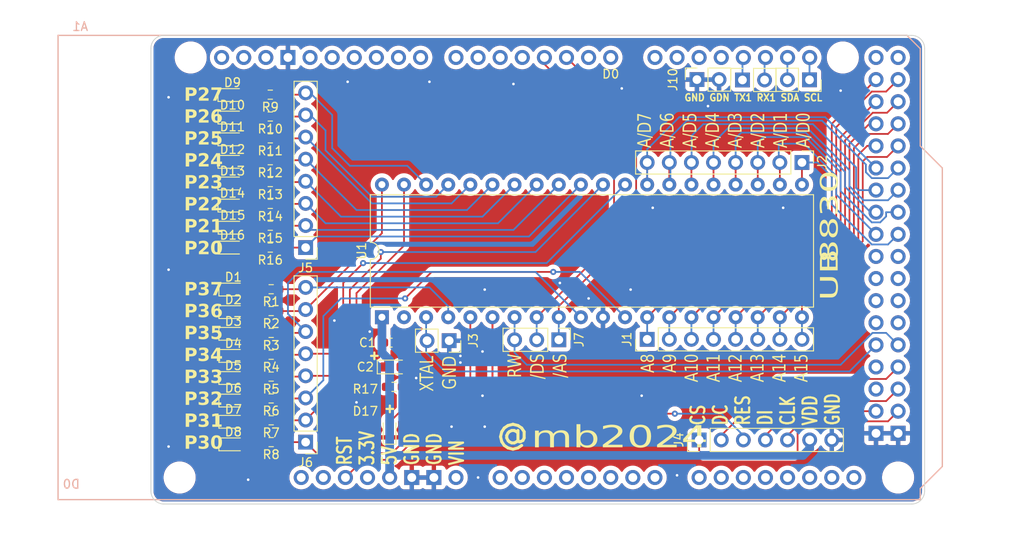
<source format=kicad_pcb>
(kicad_pcb (version 20240108) (generator "pcbnew") (generator_version "8.0")
  (title_block (comment 4 "AISLER Project ID: GKIGWBTI"))
  (layers (0 "F.Cu" signal) (31 "B.Cu" signal) (34 "B.Paste" user) (35 "F.Paste" user) (36 "B.SilkS" user "B.Silkscreen") (37 "F.SilkS" user "F.Silkscreen") (38 "B.Mask" user) (39 "F.Mask" user) (44 "Edge.Cuts" user))
  (net 0 "")
  (net 48 "Net-(A1-PC1{slash}D36)")
  (net 49 "Net-(A1-PC2{slash}D35)")
  (net 50 "Net-(A1-PC5{slash}D32)")
  (net 51 "Net-(A1-PC4{slash}D33)")
  (net 52 "Net-(A1-PC6{slash}D31)")
  (net 53 "Net-(A1-PC3{slash}D34)")
  (net 54 "/RESET")
  (net 55 "GND")
  (net 56 "Net-(D1-A)")
  (net 57 "Net-(D2-A)")
  (net 58 "Net-(D3-A)")
  (net 59 "Net-(D4-A)")
  (net 60 "Net-(D5-A)")
  (net 61 "Net-(D6-A)")
  (net 62 "Net-(D7-A)")
  (net 63 "Net-(D8-A)")
  (net 64 "/DS")
  (net 65 "+5V")
  (net 66 "+3.3V")
  (net 67 "/AS")
  (net 71 "Net-(A1-D51_MOSI)")
  (net 72 "Net-(A1-PL0{slash}D49)")
  (net 73 "Net-(A1-D52_SCK)")
  (net 74 "Net-(A1-D53_CS)")
  (net 75 "/RW")
  (net 76 "/XTAL")
  (net 77 "/P20")
  (net 78 "/P30")
  (net 79 "Net-(D9-A)")
  (net 80 "Net-(D10-A)")
  (net 81 "Net-(D11-A)")
  (net 82 "Net-(D12-A)")
  (net 83 "Net-(D13-A)")
  (net 84 "Net-(D14-A)")
  (net 85 "Net-(D15-A)")
  (net 86 "Net-(D16-A)")
  (net 87 "/P37")
  (net 88 "/P36")
  (net 89 "/P35")
  (net 90 "/P34")
  (net 91 "/P33")
  (net 92 "/P32")
  (net 93 "/P31")
  (net 94 "/P21")
  (net 95 "/P22")
  (net 96 "/P27")
  (net 97 "/P23")
  (net 98 "/P26")
  (net 99 "/P25")
  (net 100 "/P24")
  (net 101 "/A10")
  (net 102 "/D0{slash}A0")
  (net 103 "/A12")
  (net 104 "/A15")
  (net 105 "/A14")
  (net 106 "/A13")
  (net 107 "/A8")
  (net 108 "/A9")
  (net 109 "/A11")
  (net 110 "/D7{slash}A7")
  (net 111 "Net-(A1-D21{slash}SCL)")
  (net 112 "Net-(A1-D20{slash}SDA)")
  (net 113 "Net-(A1-D19{slash}RX1)")
  (net 114 "Net-(A1-D18{slash}TX1)")
  (net 115 "Net-(D17-A)")
  (footprint "Connector_PinHeader_2.54mm:PinHeader_1x08_P2.54mm_Vertical" (layer "F.Cu") (at 101.6 88.9 180)
    (property "Reference" "J5")
    (property "Value" "P20-P27")
  )
  (footprint "Connector_PinSocket_2.54mm:PinSocket_1x02_P2.54mm_Vertical" (layer "F.Cu") (at 159.492 69.621 -90)
    (property "Reference" "J8" (hide yes))
    (property "Value" "Conn_01x02" (hide yes))
  )
  (footprint "Resistor_SMD:R_0603_1608Metric_Pad0.98x0.95mm_HandSolder" (layer "F.Cu") (at 97.6395 93.682 180)
    (property "Reference" "R1")
    (property "Value" "2.2k")
  )
  (footprint "LED_SMD:LED_0603_1608Metric_Pad1.05x0.95mm_HandSolder" (layer "F.Cu") (at 93.191 71.37)
    (property "Reference" "D9")
    (property "Value" "LED")
  )
  (footprint "Resistor_SMD:R_0603_1608Metric_Pad0.98x0.95mm_HandSolder" (layer "F.Cu") (at 97.536 88.9 180)
    (property "Reference" "R16")
    (property "Value" "2.2k")
  )
  (footprint "LED_SMD:LED_0603_1608Metric_Pad1.05x0.95mm_HandSolder" (layer "F.Cu") (at 93.294501 108.916)
    (property "Reference" "D7")
    (property "Value" "LED")
  )
  (footprint "Resistor_SMD:R_0603_1608Metric_Pad0.98x0.95mm_HandSolder" (layer "F.Cu") (at 97.536 73.84 180)
    (property "Reference" "R10")
    (property "Value" "2.2k")
  )
  (footprint "Connector_PinHeader_2.54mm:PinHeader_1x07_P2.54mm_Vertical" (layer "F.Cu") (at 146.812 110.998 90)
    (property "Reference" "J4")
    (property "Value" "Conn_01x07")
  )
  (footprint "LED_SMD:LED_0603_1608Metric_Pad1.05x0.95mm_HandSolder" (layer "F.Cu") (at 93.191 76.458)
    (property "Reference" "D11")
    (property "Value" "LED")
  )
  (footprint "LED_SMD:LED_0603_1608Metric_Pad1.05x0.95mm_HandSolder" (layer "F.Cu") (at 93.191 88.9)
    (property "Reference" "D16")
    (property "Value" "LED")
  )
  (footprint "Resistor_SMD:R_0603_1608Metric_Pad0.98x0.95mm_HandSolder" (layer "F.Cu") (at 97.536 78.86 180)
    (property "Reference" "R12")
    (property "Value" "2.2k")
  )
  (footprint "Connector_PinHeader_2.54mm:PinHeader_1x08_P2.54mm_Vertical" (layer "F.Cu") (at 140.842999 99.441 90)
    (property "Reference" "J1")
    (property "Value" "Conn_01x08" (hide yes))
  )
  (footprint "LED_SMD:LED_0603_1608Metric_Pad1.05x0.95mm_HandSolder" (layer "F.Cu") (at 93.2945 93.722)
    (property "Reference" "D1")
    (property "Value" "LED")
  )
  (footprint "Resistor_SMD:R_0603_1608Metric_Pad0.98x0.95mm_HandSolder" (layer "F.Cu") (at 97.536 83.88 180)
    (property "Reference" "R14")
    (property "Value" "2.2k")
  )
  (footprint "LED_SMD:LED_0603_1608Metric_Pad1.05x0.95mm_HandSolder" (layer "F.Cu") (at 93.2945 98.806)
    (property "Reference" "D3")
    (property "Value" "LED")
  )
  (footprint "Connector_PinSocket_2.54mm:PinSocket_1x02_P2.54mm_Vertical" (layer "F.Cu") (at 146.558 69.596 90)
    (property "Reference" "J10")
    (property "Value" "Conn_01x02" (hide yes))
  )
  (footprint "LED_SMD:LED_0603_1608Metric_Pad1.05x0.95mm_HandSolder" (layer "F.Cu") (at 93.218 86.614)
    (property "Reference" "D15")
    (property "Value" "LED")
  )
  (footprint "LED_SMD:LED_0603_1608Metric_Pad1.05x0.95mm_HandSolder" (layer "F.Cu") (at 93.191 79.048)
    (property "Reference" "D12")
    (property "Value" "LED")
  )
  (footprint "Resistor_SMD:R_0603_1608Metric_Pad0.98x0.95mm_HandSolder" (layer "F.Cu") (at 97.536 71.33 180)
    (property "Reference" "R9")
    (property "Value" "2.2k")
  )
  (footprint "PCM_arduino-library:Arduino_Mega2560_R3_Shield" (layer "F.Cu") (at 73.152 117.856)
    (property "Reference" "A1")
    (property "Value" "Arduino_Mega2560_R3_Shield")
  )
  (footprint "Resistor_SMD:R_0603_1608Metric_Pad0.98x0.95mm_HandSolder" (layer "F.Cu") (at 97.6395 103.722 180)
    (property "Reference" "R5")
    (property "Value" "2.2k")
  )
  (footprint "LED_SMD:LED_0603_1608Metric_Pad1.05x0.95mm_HandSolder" (layer "F.Cu") (at 93.191 81.534)
    (property "Reference" "D13")
    (property "Value" "LED")
  )
  (footprint "LED_SMD:LED_0603_1608Metric_Pad1.05x0.95mm_HandSolder" (layer "F.Cu") (at 93.191 84.074)
    (property "Reference" "D14")
    (property "Value" "LED")
  )
  (footprint "Connector_PinHeader_2.54mm:PinHeader_1x03_P2.54mm_Vertical" (layer "F.Cu") (at 130.68888 99.493464 -90)
    (property "Reference" "J7")
    (property "Value" "Conn_01x03" (hide yes))
  )
  (footprint "Resistor_SMD:R_0603_1608Metric_Pad0.98x0.95mm_HandSolder" (layer "F.Cu") (at 97.6395 108.742 180)
    (property "Reference" "R7")
    (property "Value" "2.2k")
  )
  (footprint "LED_SMD:LED_0603_1608Metric_Pad1.05x0.95mm_HandSolder" (layer "F.Cu") (at 93.2945 106.476001)
    (property "Reference" "D6")
    (property "Value" "LED")
  )
  (footprint "Resistor_SMD:R_0603_1608Metric_Pad0.98x0.95mm_HandSolder" (layer "F.Cu") (at 97.536 81.37 180)
    (property "Reference" "R13")
    (property "Value" "2.2k")
  )
  (footprint "Resistor_SMD:R_0603_1608Metric_Pad0.98x0.95mm_HandSolder" (layer "F.Cu") (at 97.6395 106.232 180)
    (property "Reference" "R6")
    (property "Value" "2.2k")
  )
  (footprint "Resistor_SMD:R_0603_1608Metric_Pad0.98x0.95mm_HandSolder" (layer "F.Cu") (at 111.76 104.902)
    (property "Reference" "R17")
    (property "Value" "2.2k")
  )
  (footprint "LED_SMD:LED_0603_1608Metric_Pad1.05x0.95mm_HandSolder" (layer "F.Cu") (at 93.191 73.96)
    (property "Reference" "D10")
    (property "Value" "LED")
  )
  (footprint "Connector_PinHeader_2.54mm:PinHeader_1x08_P2.54mm_Vertical" (layer "F.Cu") (at 101.6 111.252 180)
    (property "Reference" "J6")
    (property "Value" "P30-P37")
  )
  (footprint "LED_SMD:LED_0603_1608Metric_Pad1.05x0.95mm_HandSolder" (layer "F.Cu") (at 93.2945 111.506)
    (property "Reference" "D8")
    (property "Value" "LED")
  )
  (footprint "Capacitor_SMD:C_0603_1608Metric_Pad1.08x0.95mm_HandSolder" (layer "F.Cu") (at 111.4055 99.822)
    (property "Reference" "C1")
    (property "Value" "100n")
  )
  (footprint "Connector_PinSocket_2.54mm:PinSocket_1x02_P2.54mm_Vertical" (layer "F.Cu") (at 118.09 99.593 -90)
    (property "Reference" "J3")
    (property "Value" "Conn_01x02")
  )
  (footprint "Package_DIP:DIP-40_W15.24mm" (layer "F.Cu") (at 110.363 96.901 90)
    (property "Reference" "U1")
    (property "Value" "~")
  )
  (footprint "Resistor_SMD:R_0603_1608Metric_Pad0.98x0.95mm_HandSolder" (layer "F.Cu") (at 97.6395 111.252 180)
    (property "Reference" "R8")
    (property "Value" "2.2k")
  )
  (footprint "Resistor_SMD:R_0603_1608Metric_Pad0.98x0.95mm_HandSolder" (layer "F.Cu") (at 97.536 86.39 180)
    (property "Reference" "R15")
    (property "Value" "2.2k")
  )
  (footprint "LED_SMD:LED_0603_1608Metric_Pad1.05x0.95mm_HandSolder" (layer "F.Cu") (at 93.2945 101.346)
    (property "Reference" "D4")
    (property "Value" "LED")
  )
  (footprint "Resistor_SMD:R_0603_1608Metric_Pad0.98x0.95mm_HandSolder" (layer "F.Cu") (at 97.6395 98.702 180)
    (property "Reference" "R3")
    (property "Value" "2.2k")
  )
  (footprint "LED_SMD:LED_0603_1608Metric_Pad1.05x0.95mm_HandSolder" (layer "F.Cu") (at 93.2945 96.312)
    (property "Reference" "D2")
    (property "Value" "LED")
  )
  (footprint "Resistor_SMD:R_0603_1608Metric_Pad0.98x0.95mm_HandSolder" (layer "F.Cu") (at 97.6395 101.212 180)
    (property "Reference" "R4")
    (property "Value" "2.2k")
  )
  (footprint "Resistor_SMD:R_0603_1608Metric_Pad0.98x0.95mm_HandSolder" (layer "F.Cu") (at 97.6395 96.192 180)
    (property "Reference" "R2")
    (property "Value" "2.2k")
  )
  (footprint "Connector_PinSocket_2.54mm:PinSocket_1x02_P2.54mm_Vertical" (layer "F.Cu") (at 151.78879 69.640185 90)
    (property "Reference" "J9" (hide yes))
    (property "Value" "Conn_01x02" (hide yes))
  )
  (footprint "Resistor_SMD:R_0603_1608Metric_Pad0.98x0.95mm_HandSolder" (layer "F.Cu") (at 97.536 76.35 180)
    (property "Reference" "R11")
    (property "Value" "2.2k")
  )
  (footprint "LED_SMD:LED_0603_1608Metric_Pad1.05x0.95mm_HandSolder" (layer "F.Cu") (at 111.242 109.8335 90)
    (property "Reference" "D17")
    (property "Value" "LED")
  )
  (footprint "Capacitor_Tantalum_SMD:CP_EIA-2012-15_AVX-P_Pad1.30x1.05mm_HandSolder" (layer "F.Cu") (at 111.719 102.616)
    (property "Reference" "C2")
    (property "Value" "10u")
  )
  (footprint "Connector_PinHeader_2.54mm:PinHeader_1x08_P2.54mm_Vertical" (layer "F.Cu") (at 158.623 79.121 -90)
    (property "Reference" "J2")
    (property "Value" "Conn_01x08" (hide yes))
  )
  (footprint "LED_SMD:LED_0603_1608Metric_Pad1.05x0.95mm_HandSolder" (layer "F.Cu") (at 93.294499 103.886)
    (property "Reference" "D5")
    (property "Value" "LED")
  )
  (gr_line (start 171.22 118.364) (end 85.32 118.364) (stroke (width 0.1)) (layer "Edge.Cuts"))
  (gr_arc (start 85.32 118.364) (mid 84.25934 117.92466) (end 83.82 116.864) (stroke (width 0.1)) (layer "Edge.Cuts"))
  (gr_arc (start 83.82 66.016) (mid 84.25934 64.95534) (end 85.32 64.516) (stroke (width 0.1)) (layer "Edge.Cuts"))
  (gr_line (start 83.82 116.864) (end 83.82 66.016) (stroke (width 0.1)) (layer "Edge.Cuts"))
  (gr_line (start 85.32 64.516) (end 171.22 64.516) (stroke (width 0.1)) (layer "Edge.Cuts"))
  (gr_arc (start 171.22 64.516) (mid 172.28066 64.95534) (end 172.72 66.016) (stroke (width 0.1)) (layer "Edge.Cuts"))
  (gr_arc (start 172.72 116.864) (mid 172.28066 117.92466) (end 171.22 118.364) (stroke (width 0.1)) (layer "Edge.Cuts"))
  (gr_line (start 172.72 66.016) (end 172.72 116.864) (stroke (width 0.1)) (layer "Edge.Cuts"))
  (gr_text "+" (at 108.712 101.854 0) (layer "F.SilkS") (effects (font (size 1 1) (thickness 0.25) (bold yes)) (justify left bottom)))
  (gr_text "GND GDN TX1 RX1 SDA SCL" (at 145.034 72.136 0) (layer "F.SilkS") (effects (font (size 0.8 0.75) (thickness 0.175)) (justify left bottom)))
  (gr_text "8830" (at 163.068 90.678 90) (layer "F.SilkS") (effects (font (size 2 3)) (justify left bottom)))
  (gr_text "UB" (at 163.068 94.996 90) (layer "F.SilkS") (effects (font (size 2 3)) (justify left bottom)))
  (gr_text "A8\nA9\nA10\nA11\nA12\nA13\nA14\nA15" (at 159.512 101.092 90) (layer "F.SilkS") (effects (font (size 1.5 1.2) (thickness 0.25)) (justify right bottom)))
  (gr_text "mb2024" (at 127.508 112.268 0) (layer "F.SilkS") (effects (font (size 2.5 3.5)) (justify left bottom)))
  (gr_text "A/D7\nA/D6\nA/D5\nA/D4\nA/D3\nA/D2\nA/D1\nA/D0" (at 159.766 77.47 90) (layer "F.SilkS") (effects (font (size 1.55 1.2) (thickness 0.25)) (justify left bottom)))
  (gr_text "P37\nP36\nP35\nP34\nP33\nP32\nP31\nP30" (at 87.63 112.268 0) (layer "F.SilkS") (effects (font (size 1.5 1.5) (thickness 0.25) (bold yes)) (justify left bottom)))
  (gr_text "XTAL\nGND" (at 119.126 101.346 90) (layer "F.SilkS") (effects (font (size 1.55 1.2) (thickness 0.25)) (justify right bottom)))
  (gr_text "CS\nDC\nRES\nDI\nCLK\nVDD\nGND" (at 163.068 109.474 90) (layer "F.SilkS") (effects (font (size 1.6 1.2) (thickness 0.25)) (justify left bottom)))
  (gr_text "RST\n3.3V\n5V\nGND\nGND\nVIN" (at 119.888 114.046 90) (layer "F.SilkS") (effects (font (size 1.6 1.2) (thickness 0.25)) (justify left bottom)))
  (gr_text "@" (at 123.19 112.014 0) (layer "F.SilkS") (effects (font (size 3 3) (thickness 0.35)) (justify left bottom)))
  (gr_text " RW\n/DS\n/AS" (at 131.826 101.092 90) (layer "F.SilkS") (effects (font (size 1.55 1.2) (thickness 0.25)) (justify right bottom)))
  (gr_text "P27\nP26\nP25\nP24\nP23\nP22\nP21\nP20" (at 87.63 89.916 0) (layer "F.SilkS") (effects (font (size 1.5 1.5) (thickness 0.25) (bold yes)) (justify left bottom)))
  (gr_text "+" (at 110.49 107.95 0) (layer "F.SilkS") (effects (font (size 1 1) (thickness 0.25) (bold yes)) (justify left bottom)))
  (segment (start 155.903 81.481) (end 156.083 81.661) (width 0.2) (layer "F.Cu") (net 48))
  (segment (start 156.083 81.661) (end 156.083 79.121) (width 0.2) (layer "F.Cu") (net 48))
  (segment (start 156.083 79.121) (end 155.956 78.994) (width 0.2) (layer "B.Cu") (net 48))
  (segment (start 158.858 76.962) (end 162.56 80.664) (width 0.2) (layer "B.Cu") (net 48))
  (segment (start 155.956 78.994) (end 155.956 76.962) (width 0.2) (layer "B.Cu") (net 48))
  (segment (start 155.956 76.962) (end 158.858 76.962) (width 0.2) (layer "B.Cu") (net 48))
  (segment (start 162.56 82.804) (end 167.132 87.376) (width 0.2) (layer "B.Cu") (net 48))
  (segment (start 162.56 80.664) (end 162.56 82.804) (width 0.2) (layer "B.Cu") (net 48))
  (segment (start 153.543 81.661) (end 153.543 79.121) (width 0.2) (layer "F.Cu") (net 49))
  (segment (start 153.393 81.511) (end 153.543 81.661) (width 0.2) (layer "F.Cu") (net 49))
  (segment (start 166.650021 85.9996) (end 163.068 82.417579) (width 0.2) (layer "B.Cu") (net 49))
  (segment (start 153.543 76.835) (end 154.178 76.2) (width 0.2) (layer "B.Cu") (net 49))
  (segment (start 167.613979 85.9996) (end 166.650021 85.9996) (width 0.2) (layer "B.Cu") (net 49))
  (segment (start 163.068 82.417579) (end 163.068 80.264) (width 0.2) (layer "B.Cu") (net 49))
  (segment (start 159.004 76.2) (end 163.068 80.264) (width 0.2) (layer "B.Cu") (net 49))
  (segment (start 168.2956 85.317979) (end 167.613979 85.9996) (width 0.2) (layer "B.Cu") (net 49))
  (segment (start 154.178 76.2) (end 159.004 76.2) (width 0.2) (layer "B.Cu") (net 49))
  (segment (start 168.2956 84.836) (end 168.2956 85.317979) (width 0.2) (layer "B.Cu") (net 49))
  (segment (start 169.672 84.836) (end 168.2956 84.836) (width 0.2) (layer "B.Cu") (net 49))
  (segment (start 153.543 79.121) (end 153.543 76.835) (width 0.2) (layer "B.Cu") (net 49))
  (segment (start 145.863 81.601) (end 145.923 81.661) (width 0.2) (layer "F.Cu") (net 50))
  (segment (start 145.923 81.661) (end 145.923 79.121) (width 0.2) (layer "F.Cu") (net 50))
  (segment (start 145.942 76.054) (end 145.942 79.356) (width 0.2) (layer "B.Cu") (net 50))
  (segment (start 159.878735 74.714) (end 147.282 74.714) (width 0.2) (layer "B.Cu") (net 50))
  (segment (start 167.132 82.296) (end 165.1 82.296) (width 0.2) (layer "B.Cu") (net 50))
  (segment (start 165.1 82.296) (end 164.846 82.042) (width 0.2) (layer "B.Cu") (net 50))
  (segment (start 147.282 74.714) (end 145.942 76.054) (width 0.2) (layer "B.Cu") (net 50))
  (segment (start 164.846 82.042) (end 164.846 79.681265) (width 0.2) (layer "B.Cu") (net 50))
  (segment (start 164.846 79.681265) (end 159.878735 74.714) (width 0.2) (layer "B.Cu") (net 50))
  (segment (start 148.463 81.661) (end 148.463 79.121) (width 0.2) (layer "F.Cu") (net 51))
  (segment (start 148.373 81.571) (end 148.463 81.661) (width 0.2) (layer "F.Cu") (net 51))
  (segment (start 164.084 81.845686) (end 164.084 80.01) (width 0.2) (layer "B.Cu") (net 51))
  (segment (start 150.114 75.184) (end 148.463 76.835) (width 0.2) (layer "B.Cu") (net 51))
  (segment (start 165.697914 83.4596) (end 164.084 81.845686) (width 0.2) (layer "B.Cu") (net 51))
  (segment (start 148.463 76.835) (end 148.463 79.121) (width 0.2) (layer "B.Cu") (net 51))
  (segment (start 168.5084 83.4596) (end 165.697914 83.4596) (width 0.2) (layer "B.Cu") (net 51))
  (segment (start 164.084 80.01) (end 159.258 75.184) (width 0.2) (layer "B.Cu") (net 51))
  (segment (start 169.672 82.296) (end 168.5084 83.4596) (width 0.2) (layer "B.Cu") (net 51))
  (segment (start 159.258 75.184) (end 150.114 75.184) (width 0.2) (layer "B.Cu") (net 51))
  (segment (start 143.353 81.631) (end 143.383 81.661) (width 0.2) (layer "F.Cu") (net 52))
  (segment (start 143.383 81.661) (end 143.383 79.121) (width 0.2) (layer "F.Cu") (net 52))
  (segment (start 143.51 76.2) (end 145.396 74.314) (width 0.2) (layer "B.Cu") (net 52))
  (segment (start 145.396 74.314) (end 160.928 74.314) (width 0.2) (layer "B.Cu") (net 52))
  (segment (start 166.650021 80.9196) (end 168.5084 80.9196) (width 0.2) (layer "B.Cu") (net 52))
  (segment (start 143.383 81.661) (end 143.51 81.534) (width 0.2) (layer "B.Cu") (net 52))
  (segment (start 165.9684 79.3544) (end 165.9684 80.237979) (width 0.2) (layer "B.Cu") (net 52))
  (segment (start 160.928 74.314) (end 165.9684 79.3544) (width 0.2) (layer "B.Cu") (net 52))
  (segment (start 143.51 81.534) (end 143.51 76.2) (width 0.2) (layer "B.Cu") (net 52))
  (segment (start 168.5084 80.9196) (end 169.672 79.756) (width 0.2) (layer "B.Cu") (net 52))
  (segment (start 165.9684 80.237979) (end 166.650021 80.9196) (width 0.2) (layer "B.Cu") (net 52))
  (segment (start 151.003 81.661) (end 151.003 79.121) (width 0.2) (layer "F.Cu") (net 53))
  (segment (start 150.883 81.541) (end 151.003 81.661) (width 0.2) (layer "F.Cu") (net 53))
  (segment (start 167.132 84.836) (end 166.508628 84.836) (width 0.2) (layer "B.Cu") (net 53))
  (segment (start 151.638 75.692) (end 151.003 76.327) (width 0.2) (layer "B.Cu") (net 53))
  (segment (start 166.508628 84.836) (end 163.576 81.903372) (width 0.2) (layer "B.Cu") (net 53))
  (segment (start 163.576 81.903372) (end 163.576 80.206315) (width 0.2) (layer "B.Cu") (net 53))
  (segment (start 159.061685 75.692) (end 151.638 75.692) (width 0.2) (layer "B.Cu") (net 53))
  (segment (start 151.003 76.327) (end 151.003 79.121) (width 0.2) (layer "B.Cu") (net 53))
  (segment (start 163.576 80.206315) (end 159.061685 75.692) (width 0.2) (layer "B.Cu") (net 53))
  (segment (start 123.34923 107.98223) (end 123.063 107.696) (width 0.2) (layer "F.Cu") (net 54))
  (segment (start 123.063 107.696) (end 117.348 107.696) (width 0.2) (layer "F.Cu") (net 54))
  (segment (start 108.204 113.284) (end 106.172 115.316) (width 0.2) (layer "F.Cu") (net 54))
  (segment (start 111.76 113.284) (end 108.204 113.284) (width 0.2) (layer "F.Cu") (net 54))
  (segment (start 144.018 107.98223) (end 123.34923 107.98223) (width 0.2) (layer "F.Cu") (net 54))
  (segment (start 123.063 100.584) (end 123.063 107.696) (width 0.2) (layer "F.Cu") (net 54))
  (segment (start 117.348 107.696) (end 111.76 113.284) (width 0.2) (layer "F.Cu") (net 54))
  (segment (start 123.063 96.901) (end 123.063 100.711) (width 0.2) (layer "F.Cu") (net 54))
  (segment (start 123.063 107.696) (end 123.063 96.901) (width 0.2) (layer "F.Cu") (net 54))
  (via (at 144.018 107.98223) (size 0.7) (drill 0.3) (layers "F.Cu" "B.Cu") (net 54))
  (segment (start 151.891999 110.998) (end 151.891999 110.49) (width 0.2) (layer "B.Cu") (net 54))
  (segment (start 151.891999 110.49) (end 149.384229 107.98223) (width 0.2) (layer "B.Cu") (net 54))
  (segment (start 149.384229 107.98223) (end 144.018 107.98223) (width 0.2) (layer "B.Cu") (net 54))
  (via (at 121.412 115.316) (size 0.7) (drill 0.3) (layers "F.Cu" "B.Cu") (net 55))
  (via (at 118.364 109.474) (size 0.7) (drill 0.3) (layers "F.Cu" "B.Cu") (net 55))
  (via (at 108.966 98.552) (size 0.7) (drill 0.3) (layers "F.Cu" "B.Cu") (net 55))
  (via (at 144.272 115.062) (size 0.7) (drill 0.3) (layers "F.Cu" "B.Cu") (net 55))
  (via (at 106.426 69.85) (size 0.7) (drill 0.3) (layers "F.Cu" "B.Cu") (net 55))
  (via (at 107.442 106.68) (size 0.7) (drill 0.3) (layers "F.Cu" "B.Cu") (net 55))
  (via (at 137.922 70.612) (size 0.7) (drill 0.3) (layers "F.Cu" "B.Cu") (net 55))
  (via (at 85.852 111.76) (size 0.7) (drill 0.3) (layers "F.Cu" "B.Cu") (net 55))
  (via (at 115.824 69.85) (size 0.7) (drill 0.3) (layers "F.Cu" "B.Cu") (net 55))
  (via (at 156.464 84.328) (size 0.7) (drill 0.3) (layers "F.Cu" "B.Cu") (net 55))
  (via (at 140.208 105.918) (size 0.7) (drill 0.3) (layers "F.Cu" "B.Cu") (net 55))
  (via (at 85.852 91.44) (size 0.7) (drill 0.3) (layers "F.Cu" "B.Cu") (net 55))
  (via (at 119.38 101.346) (size 0.7) (drill 0.3) (layers "F.Cu" "B.Cu") (net 55))
  (via (at 94.996 115.57) (size 0.7) (drill 0.3) (layers "F.Cu" "B.Cu") (net 55))
  (via (at 125.476 70.104) (size 0.7) (drill 0.3) (layers "F.Cu" "B.Cu") (net 55))
  (via (at 141.478 84.328) (size 0.7) (drill 0.3) (layers "F.Cu" "B.Cu") (net 55))
  (via (at 85.852 71.628) (size 0.7) (drill 0.3) (layers "F.Cu" "B.Cu") (net 55))
  (via (at 114.3 103.886) (size 0.7) (drill 0.3) (layers "F.Cu" "B.Cu") (net 55))
  (via (at 130.81 92.964) (size 0.7) (drill 0.3) (layers "F.Cu" "B.Cu") (net 55))
  (via (at 122.174 93.726) (size 0.7) (drill 0.3) (layers "F.Cu" "B.Cu") (net 55))
  (via (at 104.902 97.282) (size 0.7) (drill 0.3) (layers "F.Cu" "B.Cu") (net 55))
  (via (at 121.92 105.918) (size 0.7) (drill 0.3) (layers "F.Cu" "B.Cu") (net 55))
  (via (at 138.938 93.726) (size 0.7) (drill 0.3) (layers "F.Cu" "B.Cu") (net 55))
  (via (at 121.92 100.838) (size 0.7) (drill 0.3) (layers "F.Cu" "B.Cu") (net 55))
  (via (at 122.174 109.474) (size 0.7) (drill 0.3) (layers "F.Cu" "B.Cu") (net 55))
  (via (at 119.38 102.108) (size 0.7) (drill 0.3) (layers "F.Cu" "B.Cu") (net 55))
  (via (at 147.828 72.644) (size 0.7) (drill 0.3) (layers "F.Cu" "B.Cu") (net 55))
  (via (at 163.068 70.866) (size 0.7) (drill 0.3) (layers "F.Cu" "B.Cu") (net 55))
  (via (at 134.112 94.742) (size 0.7) (drill 0.3) (layers "F.Cu" "B.Cu") (net 55))
  (segment (start 96.687 93.722) (end 96.727 93.682) (width 0.2) (layer "F.Cu") (net 56))
  (segment (start 94.169499 93.722) (end 96.687 93.722) (width 0.2) (layer "F.Cu") (net 56))
  (segment (start 96.607 96.312) (end 96.727 96.192) (width 0.2) (layer "F.Cu") (net 57))
  (segment (start 94.169499 96.312) (end 96.607 96.312) (width 0.2) (layer "F.Cu") (net 57))
  (segment (start 94.169499 98.806) (end 96.623 98.806) (width 0.2) (layer "F.Cu") (net 58))
  (segment (start 96.623 98.806) (end 96.727 98.702) (width 0.2) (layer "F.Cu") (net 58))
  (segment (start 94.169499 101.346) (end 96.593 101.346) (width 0.2) (layer "F.Cu") (net 59))
  (segment (start 96.593 101.346) (end 96.727 101.212) (width 0.2) (layer "F.Cu") (net 59))
  (segment (start 94.169499 103.886) (end 96.563 103.886) (width 0.2) (layer "F.Cu") (net 60))
  (segment (start 96.563 103.886) (end 96.727 103.722) (width 0.2) (layer "F.Cu") (net 60))
  (segment (start 94.169499 106.476001) (end 96.482999 106.476001) (width 0.2) (layer "F.Cu") (net 61))
  (segment (start 96.482999 106.476001) (end 96.727 106.232) (width 0.2) (layer "F.Cu") (net 61))
  (segment (start 96.553 108.916) (end 96.727 108.742) (width 0.2) (layer "F.Cu") (net 62))
  (segment (start 94.1695 108.916) (end 96.553 108.916) (width 0.2) (layer "F.Cu") (net 62))
  (segment (start 94.169499 111.506) (end 96.473 111.506) (width 0.2) (layer "F.Cu") (net 63))
  (segment (start 96.473 111.506) (end 96.727 111.252) (width 0.2) (layer "F.Cu") (net 63))
  (segment (start 128.143001 96.901) (end 137.033 88.011001) (width 0.2) (layer "F.Cu") (net 64))
  (segment (start 129.032 67.818) (end 129.032 67.056) (width 0.2) (layer "F.Cu") (net 64))
  (segment (start 137.033 88.011001) (end 137.033 72.009) (width 0.2) (layer "F.Cu") (net 64))
  (segment (start 134.112 69.088) (end 130.302 69.088) (width 0.2) (layer "F.Cu") (net 64))
  (segment (start 130.302 69.088) (end 129.032 67.818) (width 0.2) (layer "F.Cu") (net 64))
  (segment (start 137.033 72.009) (end 134.112 69.088) (width 0.2) (layer "F.Cu") (net 64))
  (segment (start 128.143 96.901001) (end 128.143001 96.901) (width 0.2) (layer "B.Cu") (net 64))
  (segment (start 128.143 99.441) (end 128.143 96.901001) (width 0.2) (layer "B.Cu") (net 64))
  (segment (start 110.8475 102.7195) (end 110.744 102.616) (width 0.2) (layer "F.Cu") (net 65))
  (segment (start 110.744 100.023) (end 110.543 99.822) (width 0.2) (layer "F.Cu") (net 65))
  (segment (start 110.744 102.616) (end 110.744 97.282) (width 0.2) (layer "F.Cu") (net 65))
  (segment (start 110.744 97.282) (end 110.363 96.901) (width 0.2) (layer "F.Cu") (net 65))
  (segment (start 110.8475 104.902) (end 110.8475 102.7195) (width 0.2) (layer "F.Cu") (net 65))
  (segment (start 110.744 102.616) (end 110.744 100.023) (width 0.2) (layer "F.Cu") (net 65))
  (segment (start 159.512 112.014) (end 159.512 110.998) (width 1) (layer "B.Cu") (net 65))
  (segment (start 111.252 101.854) (end 110.363 100.965) (width 1) (layer "B.Cu") (net 65))
  (segment (start 111.252 115.316) (end 111.252 112.776) (width 1) (layer "B.Cu") (net 65))
  (segment (start 111.252 112.776) (end 111.252 101.854) (width 1) (layer "B.Cu") (net 65))
  (segment (start 110.363 100.965) (end 110.363 96.901) (width 1) (layer "B.Cu") (net 65))
  (segment (start 111.252 112.776) (end 158.75 112.776) (width 1) (layer "B.Cu") (net 65))
  (segment (start 158.75 112.776) (end 159.512 112.014) (width 1) (layer "B.Cu") (net 65))
  (segment (start 133.096 68.58) (end 131.572 67.056) (width 0.2) (layer "F.Cu") (net 67))
  (segment (start 139.573 73.533) (end 134.62 68.58) (width 0.2) (layer "F.Cu") (net 67))
  (segment (start 139.573 86.741) (end 139.573 73.533) (width 0.2) (layer "F.Cu") (net 67))
  (segment (start 134.62 68.58) (end 133.096 68.58) (width 0.2) (layer "F.Cu") (net 67))
  (segment (start 130.683 96.901) (end 130.683 95.631) (width 0.2) (layer "F.Cu") (net 67))
  (segment (start 130.683 95.631) (end 139.573 86.741) (width 0.2) (layer "F.Cu") (net 67))
  (segment (start 130.683 99.441) (end 130.683 96.901) (width 0.2) (layer "B.Cu") (net 67))
  (segment (start 169.672 105.156) (end 168.2956 106.5324) (width 0.2) (layer "F.Cu") (net 71))
  (segment (start 168.2956 106.5324) (end 158.3896 106.5324) (width 0.2) (layer "F.Cu") (net 71))
  (segment (start 154.432 110.49) (end 154.432 110.998) (width 0.2) (layer "F.Cu") (net 71))
  (segment (start 158.3896 106.5324) (end 154.432 110.49) (width 0.2) (layer "F.Cu") (net 71))
  (segment (start 149.352 110.49) (end 155.8496 103.9924) (width 0.2) (layer "F.Cu") (net 72))
  (segment (start 149.352 110.998) (end 149.352 110.49) (width 0.2) (layer "F.Cu") (net 72))
  (segment (start 155.8496 103.9924) (end 168.2956 103.9924) (width 0.2) (layer "F.Cu") (net 72))
  (segment (start 168.2956 103.9924) (end 169.672 102.616) (width 0.2) (layer "F.Cu") (net 72))
  (segment (start 159.766 107.696) (end 156.972 110.49) (width 0.2) (layer "F.Cu") (net 73))
  (segment (start 156.972 110.49) (end 156.972 110.998) (width 0.2) (layer "F.Cu") (net 73))
  (segment (start 167.132 107.696) (end 159.766 107.696) (width 0.2) (layer "F.Cu") (net 73))
  (segment (start 168.5084 108.8596) (end 159.4984 108.8596) (width 0.2) (layer "F.Cu") (net 74))
  (segment (start 157.734 112.776) (end 147.32 112.776) (width 0.2) (layer "F.Cu") (net 74))
  (segment (start 158.122 112.388) (end 157.734 112.776) (width 0.2) (layer "F.Cu") (net 74))
  (segment (start 159.4984 108.8596) (end 158.122 110.236) (width 0.2) (layer "F.Cu") (net 74))
  (segment (start 169.672 107.696) (end 168.5084 108.8596) (width 0.2) (layer "F.Cu") (net 74))
  (segment (start 146.812 112.268) (end 146.812 110.998) (width 0.2) (layer "F.Cu") (net 74))
  (segment (start 158.122 110.236) (end 158.122 112.388) (width 0.2) (layer "F.Cu") (net 74))
  (segment (start 147.32 112.776) (end 146.812 112.268) (width 0.2) (layer "F.Cu") (net 74))
  (segment (start 125.603 100.965) (end 125.603 96.901) (width 0.2) (layer "B.Cu") (net 75))
  (segment (start 166.7304 98.6996) (end 163.068 102.362) (width 0.2) (layer "B.Cu") (net 75))
  (segment (start 127 102.362) (end 125.603 100.965) (width 0.2) (layer "B.Cu") (net 75))
  (segment (start 163.068 102.362) (end 127 102.362) (width 0.2) (layer "B.Cu") (net 75))
  (segment (start 169.672 100.076) (end 168.2956 98.6996) (width 0.2) (layer "B.Cu") (net 75))
  (segment (start 168.2956 98.6996) (end 166.7304 98.6996) (width 0.2) (layer "B.Cu") (net 75))
  (segment (start 115.442999 100.964999) (end 117.602 103.124) (width 0.2) (layer "B.Cu") (net 76))
  (segment (start 117.602 103.124) (end 164.084 103.124) (width 0.2) (layer "B.Cu") (net 76))
  (segment (start 115.442999 96.901) (end 115.442999 100.964999) (width 0.2) (layer "B.Cu") (net 76))
  (segment (start 164.084 103.124) (end 167.132 100.076) (width 0.2) (layer "B.Cu") (net 76))
  (segment (start 98.4485 88.9) (end 101.6 88.9) (width 0.2) (layer "F.Cu") (net 77))
  (segment (start 127.254 87.63) (end 133.223 81.661) (width 0.2) (layer "B.Cu") (net 77))
  (segment (start 101.6 88.9) (end 102.87 87.63) (width 0.2) (layer "B.Cu") (net 77))
  (segment (start 102.87 87.63) (end 127.254 87.63) (width 0.2) (layer "B.Cu") (net 77))
  (segment (start 120.523 106.553) (end 120.523 96.901) (width 0.2) (layer "F.Cu") (net 78))
  (segment (start 117.094 106.934) (end 120.142 106.934) (width 0.2) (layer "F.Cu") (net 78))
  (segment (start 102.87 112.522) (end 111.506 112.522) (width 0.2) (layer "F.Cu") (net 78))
  (segment (start 111.506 112.522) (end 117.094 106.934) (width 0.2) (layer "F.Cu") (net 78))
  (segment (start 101.6 111.252) (end 102.87 112.522) (width 0.2) (layer "F.Cu") (net 78))
  (segment (start 98.552 111.252) (end 101.6 111.252) (width 0.2) (layer "F.Cu") (net 78))
  (segment (start 120.142 106.934) (end 120.523 106.553) (width 0.2) (layer "F.Cu") (net 78))
  (segment (start 96.5835 71.37) (end 96.6235 71.33) (width 0.2) (layer "F.Cu") (net 79))
  (segment (start 94.066 71.37) (end 96.5835 71.37) (width 0.2) (layer "F.Cu") (net 79))
  (segment (start 96.5035 73.96) (end 96.6235 73.84) (width 0.2) (layer "F.Cu") (net 80))
  (segment (start 94.066 73.96) (end 96.5035 73.96) (width 0.2) (layer "F.Cu") (net 80))
  (segment (start 94.066 76.458) (end 96.5155 76.458) (width 0.2) (layer "F.Cu") (net 81))
  (segment (start 96.5155 76.458) (end 96.6235 76.35) (width 0.2) (layer "F.Cu") (net 81))
  (segment (start 94.066 79.048) (end 96.4355 79.048) (width 0.2) (layer "F.Cu") (net 82))
  (segment (start 96.4355 79.048) (end 96.6235 78.86) (width 0.2) (layer "F.Cu") (net 82))
  (segment (start 96.4595 81.534) (end 96.6235 81.37) (width 0.2) (layer "F.Cu") (net 83))
  (segment (start 94.066 81.534) (end 96.4595 81.534) (width 0.2) (layer "F.Cu") (net 83))
  (segment (start 96.4295 84.074) (end 96.6235 83.88) (width 0.2) (layer "F.Cu") (net 84))
  (segment (start 94.066 84.074) (end 96.4295 84.074) (width 0.2) (layer "F.Cu") (net 84))
  (segment (start 96.3995 86.614) (end 96.6235 86.39) (width 0.2) (layer "F.Cu") (net 85))
  (segment (start 94.093 86.614) (end 96.3995 86.614) (width 0.2) (layer "F.Cu") (net 85))
  (segment (start 94.066 88.9) (end 96.6235 88.9) (width 0.2) (layer "F.Cu") (net 86))
  (segment (start 98.552 93.682) (end 101.389999 93.682) (width 0.2) (layer "F.Cu") (net 87))
  (segment (start 101.389999 93.682) (end 101.6 93.471999) (width 0.2) (layer "F.Cu") (net 87))
  (segment (start 101.6 93.471999) (end 115.823999 93.471999) (width 0.2) (layer "B.Cu") (net 87))
  (segment (start 115.823999 93.471999) (end 117.983 95.631) (width 0.2) (layer "B.Cu") (net 87))
  (segment (start 117.983 95.631) (end 117.983 96.901) (width 0.2) (layer "B.Cu") (net 87))
  (segment (start 110.363 87.249) (end 110.363 81.661) (width 0.2) (layer "F.Cu") (net 88))
  (segment (start 101.6 96.012) (end 110.363 87.249) (width 0.2) (layer "F.Cu") (net 88))
  (segment (start 101.42 96.192) (end 101.6 96.012) (width 0.2) (layer "F.Cu") (net 88))
  (segment (start 98.552 96.192) (end 101.42 96.192) (width 0.2) (layer "F.Cu") (net 88))
  (segment (start 101.45 98.702) (end 101.6 98.552) (width 0.2) (layer "F.Cu") (net 89))
  (segment (start 98.552 98.702) (end 101.45 98.702) (width 0.2) (layer "F.Cu") (net 89))
  (segment (start 99.568 92.964) (end 100.838 91.694) (width 0.2) (layer "B.Cu") (net 89))
  (segment (start 128.016 91.694) (end 133.223 96.901) (width 0.2) (layer "B.Cu") (net 89))
  (segment (start 99.568 96.52) (end 99.568 92.964) (width 0.2) (layer "B.Cu") (net 89))
  (segment (start 101.6 98.552) (end 99.568 96.52) (width 0.2) (layer "B.Cu") (net 89))
  (segment (start 100.838 91.694) (end 128.016 91.694) (width 0.2) (layer "B.Cu") (net 89))
  (segment (start 98.552 101.212) (end 101.48 101.212) (width 0.2) (layer "F.Cu") (net 90))
  (segment (start 105.918 100.33) (end 105.156 101.092) (width 0.2) (layer "F.Cu") (net 90))
  (segment (start 105.918 92.964) (end 105.918 100.33) (width 0.2) (layer "F.Cu") (net 90))
  (segment (start 101.48 101.212) (end 101.6 101.092) (width 0.2) (layer "F.Cu") (net 90))
  (segment (start 108.204 90.678) (end 105.918 92.964) (width 0.2) (layer "F.Cu") (net 90))
  (segment (start 105.156 101.092) (end 101.6 101.092) (width 0.2) (layer "F.Cu") (net 90))
  (via (at 108.204 90.678) (size 0.7) (drill 0.3) (layers "F.Cu" "B.Cu") (net 90))
  (segment (start 108.204 90.678) (end 129.286 90.678) (width 0.2) (layer "B.Cu") (net 90))
  (segment (start 129.286 90.678) (end 138.303 81.661) (width 0.2) (layer "B.Cu") (net 90))
  (segment (start 98.552 103.722) (end 101.51 103.722) (width 0.2) (layer "F.Cu") (net 91))
  (segment (start 110.236 89.408) (end 110.236 90.17) (width 0.2) (layer "F.Cu") (net 91))
  (segment (start 110.236 90.17) (end 106.68 93.726) (width 0.2) (layer "F.Cu") (net 91))
  (segment (start 101.51 103.722) (end 101.6 103.632) (width 0.2) (layer "F.Cu") (net 91))
  (segment (start 106.68 93.726) (end 106.68 101.346) (width 0.2) (layer "F.Cu") (net 91))
  (segment (start 104.394 103.632) (end 101.6 103.632) (width 0.2) (layer "F.Cu") (net 91))
  (segment (start 106.68 101.346) (end 104.394 103.632) (width 0.2) (layer "F.Cu") (net 91))
  (via (at 110.236 89.408) (size 0.7) (drill 0.3) (layers "F.Cu" "B.Cu") (net 91))
  (segment (start 128.016 89.408) (end 110.236 89.408) (width 0.2) (layer "B.Cu") (net 91))
  (segment (start 135.763 81.661) (end 128.016 89.408) (width 0.2) (layer "B.Cu") (net 91))
  (segment (start 130.048 91.694) (end 116.078 91.694) (width 0.2) (layer "F.Cu") (net 92))
  (segment (start 101.540001 106.232) (end 101.6 106.172001) (width 0.2) (layer "F.Cu") (net 92))
  (segment (start 98.552 106.232) (end 101.540001 106.232) (width 0.2) (layer "F.Cu") (net 92))
  (segment (start 116.078 91.694) (end 113.03 94.742) (width 0.2) (layer "F.Cu") (net 92))
  (via (at 113.03 94.742) (size 0.7) (drill 0.3) (layers "F.Cu" "B.Cu") (net 92))
  (via (at 130.048 91.694) (size 0.7) (drill 0.3) (layers "F.Cu" "B.Cu") (net 92))
  (segment (start 133.095999 91.694) (end 130.048 91.694) (width 0.2) (layer "B.Cu") (net 92))
  (segment (start 113.03 94.742) (end 105.664 94.742) (width 0.2) (layer "B.Cu") (net 92))
  (segment (start 103.632 96.774) (end 103.632 104.140001) (width 0.2) (layer "B.Cu") (net 92))
  (segment (start 103.632 104.140001) (end 101.6 106.172001) (width 0.2) (layer "B.Cu") (net 92))
  (segment (start 138.302999 96.901) (end 133.095999 91.694) (width 0.2) (layer "B.Cu") (net 92))
  (segment (start 105.664 94.742) (end 103.632 96.774) (width 0.2) (layer "B.Cu") (net 92))
  (segment (start 101.6 108.712) (end 107.442 102.87) (width 0.2) (layer "F.Cu") (net 93))
  (segment (start 107.442 94.135843) (end 112.903 88.674843) (width 0.2) (layer "F.Cu") (net 93))
  (segment (start 98.552 108.742) (end 101.57 108.742) (width 0.2) (layer "F.Cu") (net 93))
  (segment (start 112.903 88.674843) (end 112.903 81.661) (width 0.2) (layer "F.Cu") (net 93))
  (segment (start 101.57 108.742) (end 101.6 108.712) (width 0.2) (layer "F.Cu") (net 93))
  (segment (start 107.442 102.87) (end 107.442 94.135843) (width 0.2) (layer "F.Cu") (net 93))
  (segment (start 98.4485 86.39) (end 101.57 86.39) (width 0.2) (layer "F.Cu") (net 94))
  (segment (start 101.57 86.39) (end 101.6 86.36) (width 0.2) (layer "F.Cu") (net 94))
  (segment (start 101.6 86.36) (end 102.108 86.868) (width 0.2) (layer "B.Cu") (net 94))
  (segment (start 125.476 86.868) (end 130.683 81.661) (width 0.2) (layer "B.Cu") (net 94))
  (segment (start 102.108 86.868) (end 125.476 86.868) (width 0.2) (layer "B.Cu") (net 94))
  (segment (start 98.4485 83.88) (end 101.540001 83.88) (width 0.2) (layer "F.Cu") (net 95))
  (segment (start 101.540001 83.88) (end 101.6 83.820001) (width 0.2) (layer "F.Cu") (net 95))
  (segment (start 103.885999 86.106) (end 123.698 86.106) (width 0.2) (layer "B.Cu") (net 95))
  (segment (start 123.698 86.106) (end 128.143 81.661) (width 0.2) (layer "B.Cu") (net 95))
  (segment (start 101.6 83.820001) (end 103.885999 86.106) (width 0.2) (layer "B.Cu") (net 95))
  (segment (start 101.389999 71.33) (end 101.6 71.119999) (width 0.2) (layer "F.Cu") (net 96))
  (segment (start 98.4485 71.33) (end 101.389999 71.33) (width 0.2) (layer "F.Cu") (net 96))
  (segment (start 104.648 73.66) (end 104.648 77.47) (width 0.2) (layer "B.Cu") (net 96))
  (segment (start 102.107999 71.119999) (end 104.648 73.66) (width 0.2) (layer "B.Cu") (net 96))
  (segment (start 104.648 77.47) (end 106.68 79.502) (width 0.2) (layer "B.Cu") (net 96))
  (segment (start 113.284 79.502) (end 115.443 81.661) (width 0.2) (layer "B.Cu") (net 96))
  (segment (start 101.6 71.119999) (end 102.107999 71.119999) (width 0.2) (layer "B.Cu") (net 96))
  (segment (start 106.68 79.502) (end 113.284 79.502) (width 0.2) (layer "B.Cu") (net 96))
  (segment (start 101.51 81.37) (end 101.6 81.28) (width 0.2) (layer "F.Cu") (net 97))
  (segment (start 98.4485 81.37) (end 101.51 81.37) (width 0.2) (layer "F.Cu") (net 97))
  (segment (start 121.92 85.344) (end 125.603 81.661) (width 0.2) (layer "B.Cu") (net 97))
  (segment (start 101.6 81.28) (end 105.664 85.344) (width 0.2) (layer "B.Cu") (net 97))
  (segment (start 105.664 85.344) (end 121.92 85.344) (width 0.2) (layer "B.Cu") (net 97))
  (segment (start 101.42 73.84) (end 101.6 73.66) (width 0.2) (layer "F.Cu") (net 98))
  (segment (start 98.4485 73.84) (end 101.42 73.84) (width 0.2) (layer "F.Cu") (net 98))
  (segment (start 116.586 83.058) (end 117.983 81.661) (width 0.2) (layer "B.Cu") (net 98))
  (segment (start 103.886 75.438) (end 103.886 77.724) (width 0.2) (layer "B.Cu") (net 98))
  (segment (start 109.22 83.058) (end 116.586 83.058) (width 0.2) (layer "B.Cu") (net 98))
  (segment (start 102.108 73.66) (end 103.886 75.438) (width 0.2) (layer "B.Cu") (net 98))
  (segment (start 101.6 73.66) (end 102.108 73.66) (width 0.2) (layer "B.Cu") (net 98))
  (segment (start 103.886 77.724) (end 109.22 83.058) (width 0.2) (layer "B.Cu") (net 98))
  (segment (start 101.45 76.35) (end 101.6 76.2) (width 0.2) (layer "F.Cu") (net 99))
  (segment (start 98.4485 76.35) (end 101.45 76.35) (width 0.2) (layer "F.Cu") (net 99))
  (segment (start 118.364 83.82) (end 120.523 81.661) (width 0.2) (layer "B.Cu") (net 99))
  (segment (start 101.6 76.2) (end 109.22 83.82) (width 0.2) (layer "B.Cu") (net 99))
  (segment (start 109.22 83.82) (end 118.364 83.82) (width 0.2) (layer "B.Cu") (net 99))
  (segment (start 98.4485 78.86) (end 101.48 78.86) (width 0.2) (layer "F.Cu") (net 100))
  (segment (start 101.48 78.86) (end 101.6 78.74) (width 0.2) (layer "F.Cu") (net 100))
  (segment (start 107.442 84.582) (end 120.142 84.582) (width 0.2) (layer "B.Cu") (net 100))
  (segment (start 120.142 84.582) (end 123.063 81.661) (width 0.2) (layer "B.Cu") (net 100))
  (segment (start 101.6 78.74) (end 107.442 84.582) (width 0.2) (layer "B.Cu") (net 100))
  (segment (start 163.068 76.2) (end 167.132 72.136) (width 0.2) (layer "F.Cu") (net 101))
  (segment (start 149.606 93.218) (end 156.718 93.218) (width 0.2) (layer "F.Cu") (net 101))
  (segment (start 163.068 86.868) (end 163.068 76.2) (width 0.2) (layer "F.Cu") (net 101))
  (segment (start 156.718 93.218) (end 163.068 86.868) (width 0.2) (layer "F.Cu") (net 101))
  (segment (start 145.923 96.901) (end 149.606 93.218) (width 0.2) (layer "F.Cu") (net 101))
  (segment (start 145.922998 96.901002) (end 145.923 96.901) (width 0.2) (layer "B.Cu") (net 101))
  (segment (start 145.922998 99.441) (end 145.922998 96.901002) (width 0.2) (layer "B.Cu") (net 101))
  (segment (start 158.413 81.451) (end 158.623 81.661) (width 0.2) (layer "F.Cu") (net 102))
  (segment (start 158.623 81.661) (end 158.623 79.121) (width 0.2) (layer "F.Cu") (net 102))
  (segment (start 168.5084 88.5396) (end 166.650021 88.5396) (width 0.2) (layer "B.Cu") (net 102))
  (segment (start 158.623 79.121) (end 160.401 79.121) (width 0.2) (layer "B.Cu") (net 102))
  (segment (start 162.052 83.941579) (end 162.052 80.772) (width 0.2) (layer "B.Cu") (net 102))
  (segment (start 166.650021 88.5396) (end 162.052 83.941579) (width 0.2) (layer "B.Cu") (net 102))
  (segment (start 160.401 79.121) (end 162.052 80.772) (width 0.2) (layer "B.Cu") (net 102))
  (segment (start 169.672 87.376) (end 168.5084 88.5396) (width 0.2) (layer "B.Cu") (net 102))
  (segment (start 164.084 87.376) (end 164.084 76.962) (width 0.2) (layer "F.Cu") (net 103))
  (segment (start 166.37 74.676) (end 167.132 74.676) (width 0.2) (layer "F.Cu") (net 103))
  (segment (start 157.226 94.234) (end 164.084 87.376) (width 0.2) (layer "F.Cu") (net 103))
  (segment (start 151.003001 96.901) (end 153.670001 94.234) (width 0.2) (layer "F.Cu") (net 103))
  (segment (start 164.084 76.962) (end 166.37 74.676) (width 0.2) (layer "F.Cu") (net 103))
  (segment (start 153.670001 94.234) (end 157.226 94.234) (width 0.2) (layer "F.Cu") (net 103))
  (segment (start 151.002999 99.441) (end 151.002999 96.901002) (width 0.2) (layer "B.Cu") (net 103))
  (segment (start 151.002999 96.901002) (end 151.003001 96.901) (width 0.2) (layer "B.Cu") (net 103))
  (segment (start 165.608 88.166843) (end 165.608 78.994) (width 0.2) (layer "F.Cu") (net 104))
  (segment (start 158.623 96.901) (end 158.623 95.151843) (width 0.2) (layer "F.Cu") (net 104))
  (segment (start 166.116 78.486) (end 168.402 78.486) (width 0.2) (layer "F.Cu") (net 104))
  (segment (start 158.623 95.151843) (end 165.608 88.166843) (width 0.2) (layer "F.Cu") (net 104))
  (segment (start 168.402 78.486) (end 169.672 77.216) (width 0.2) (layer "F.Cu") (net 104))
  (segment (start 165.608 78.994) (end 166.116 78.486) (width 0.2) (layer "F.Cu") (net 104))
  (segment (start 158.623 99.441) (end 158.623 96.901) (width 0.2) (layer "B.Cu") (net 104))
  (segment (start 166.116 77.216) (end 167.132 77.216) (width 0.2) (layer "F.Cu") (net 105))
  (segment (start 165.1 87.884) (end 165.1 78.232) (width 0.2) (layer "F.Cu") (net 105))
  (segment (start 156.083 96.901) (end 165.1 87.884) (width 0.2) (layer "F.Cu") (net 105))
  (segment (start 165.1 78.232) (end 166.116 77.216) (width 0.2) (layer "F.Cu") (net 105))
  (segment (start 156.082999 99.441) (end 156.082999 96.901001) (width 0.2) (layer "B.Cu") (net 105))
  (segment (start 156.082999 96.901001) (end 156.083 96.901) (width 0.2) (layer "B.Cu") (net 105))
  (segment (start 157.254843 94.869) (end 164.592 87.531843) (width 0.2) (layer "F.Cu") (net 106))
  (segment (start 168.5084 75.8396) (end 169.672 74.676) (width 0.2) (layer "F.Cu") (net 106))
  (segment (start 155.575 94.869) (end 157.254843 94.869) (width 0.2) (layer "F.Cu") (net 106))
  (segment (start 164.592 87.531843) (end 164.592 77.47) (width 0.2) (layer "F.Cu") (net 106))
  (segment (start 164.592 77.47) (end 166.2224 75.8396) (width 0.2) (layer "F.Cu") (net 106))
  (segment (start 153.543 96.901) (end 155.575 94.869) (width 0.2) (layer "F.Cu") (net 106))
  (segment (start 166.2224 75.8396) (end 168.5084 75.8396) (width 0.2) (layer "F.Cu") (net 106))
  (segment (start 153.542999 99.441) (end 153.542999 96.901001) (width 0.2) (layer "B.Cu") (net 106))
  (segment (start 153.542999 96.901001) (end 153.543 96.901) (width 0.2) (layer "B.Cu") (net 106))
  (segment (start 162.052 86.36) (end 162.052 74.676) (width 0.2) (layer "F.Cu") (net 107))
  (segment (start 140.843 96.901) (end 145.542 92.202) (width 0.2) (layer "F.Cu") (net 107))
  (segment (start 145.542 92.202) (end 156.21 92.202) (width 0.2) (layer "F.Cu") (net 107))
  (segment (start 156.21 92.202) (end 162.052 86.36) (width 0.2) (layer "F.Cu") (net 107))
  (segment (start 162.052 74.676) (end 167.132 69.596) (width 0.2) (layer "F.Cu") (net 107))
  (segment (start 140.842999 99.441) (end 140.842999 96.901001) (width 0.2) (layer "B.Cu") (net 107))
  (segment (start 140.842999 96.901001) (end 140.843 96.901) (width 0.2) (layer "B.Cu") (net 107))
  (segment (start 166.650021 70.9724) (end 168.2956 70.9724) (width 0.2) (layer "F.Cu") (net 108))
  (segment (start 168.2956 70.9724) (end 169.672 69.596) (width 0.2) (layer "F.Cu") (net 108))
  (segment (start 156.464 92.71) (end 162.56 86.614) (width 0.2) (layer "F.Cu") (net 108))
  (segment (start 147.574 92.71) (end 156.464 92.71) (width 0.2) (layer "F.Cu") (net 108))
  (segment (start 162.56 75.062421) (end 166.650021 70.9724) (width 0.2) (layer "F.Cu") (net 108))
  (segment (start 143.383 96.901) (end 147.574 92.71) (width 0.2) (layer "F.Cu") (net 108))
  (segment (start 162.56 86.614) (end 162.56 75.062421) (width 0.2) (layer "F.Cu") (net 108))
  (segment (start 143.382999 99.441) (end 143.382999 96.901001) (width 0.2) (layer "B.Cu") (net 108))
  (segment (start 143.382999 96.901001) (end 143.383 96.901) (width 0.2) (layer "B.Cu") (net 108))
  (segment (start 166.756421 73.406) (end 168.402 73.406) (width 0.2) (layer "F.Cu") (net 109))
  (segment (start 156.972 93.726) (end 163.576 87.122) (width 0.2) (layer "F.Cu") (net 109))
  (segment (start 168.402 73.406) (end 169.672 72.136) (width 0.2) (layer "F.Cu") (net 109))
  (segment (start 148.462999 96.901) (end 151.637999 93.726) (width 0.2) (layer "F.Cu") (net 109))
  (segment (start 163.576 76.586421) (end 166.756421 73.406) (width 0.2) (layer "F.Cu") (net 109))
  (segment (start 151.637999 93.726) (end 156.972 93.726) (width 0.2) (layer "F.Cu") (net 109))
  (segment (start 163.576 87.122) (end 163.576 76.586421) (width 0.2) (layer "F.Cu") (net 109))
  (segment (start 148.462999 99.441) (end 148.462999 96.901) (width 0.2) (layer "B.Cu") (net 109))
  (segment (start 140.843 81.661) (end 140.843 79.121) (width 0.2) (layer "F.Cu") (net 110))
  (segment (start 140.843 81.661) (end 140.843 77.597) (width 0.2) (layer "B.Cu") (net 110))
  (segment (start 144.526 73.914) (end 161.29 73.914) (width 0.2) (layer "B.Cu") (net 110))
  (segment (start 161.29 73.914) (end 167.132 79.756) (width 0.2) (layer "B.Cu") (net 110))
  (segment (start 140.843 77.597) (end 144.526 73.914) (width 0.2) (layer "B.Cu") (net 110))
  (segment (start 159.492 67.076) (end 159.512 67.056) (width 0.2) (layer "B.Cu") (net 111))
  (segment (start 159.492 69.621) (end 159.492 67.076) (width 0.2) (layer "B.Cu") (net 111))
  (segment (start 156.952 69.621) (end 156.952 67.076) (width 0.2) (layer "B.Cu") (net 112))
  (segment (start 156.952 67.076) (end 156.972 67.056) (width 0.2) (layer "B.Cu") (net 112))
  (segment (start 154.32879 67.15921) (end 154.432 67.056) (width 0.2) (layer "B.Cu") (net 113))
  (segment (start 154.32879 69.640185) (end 154.32879 67.15921) (width 0.2) (layer "B.Cu") (net 113))
  (segment (start 151.78879 67.15921) (end 151.892 67.056) (width 0.2) (layer "B.Cu") (net 114))
  (segment (start 151.78879 69.640185) (end 151.78879 67.15921) (width 0.2) (layer "B.Cu") (net 114))
  (segment (start 112.6725 107.528001) (end 111.242 108.958501) (width 0.2) (layer "F.Cu") (net 115))
  (segment (start 112.6725 104.902) (end 112.6725 107.528001) (width 0.2) (layer "F.Cu") (net 115))
  (zone (net 55) (net_name "GND") (layers "F&B.Cu") (connect_pads (clearance 0.5)) (min_thickness 0.25) (fill yes (thermal_gap 0.5) (thermal_bridge_width 0.5))
    (polygon (pts (xy 69.596 60.452) (xy 183.896 60.452) (xy 184.15 122.428) (xy 69.088 124.46)))
  )
)
</source>
